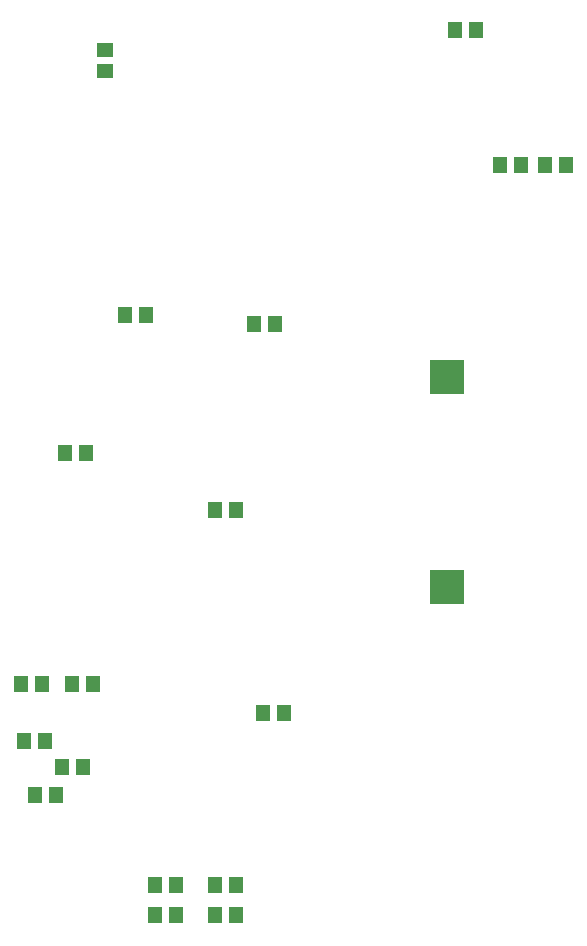
<source format=gbp>
%FSLAX25Y25*%
%MOIN*%
G70*
G01*
G75*
G04 Layer_Color=128*
%ADD10R,0.07874X0.03937*%
%ADD11C,0.03937*%
%ADD12O,0.02756X0.09843*%
%ADD13R,0.03248X0.01181*%
%ADD14R,0.01181X0.03248*%
%ADD15R,0.04724X0.05512*%
%ADD16R,0.04528X0.02362*%
%ADD17R,0.20276X0.09252*%
%ADD18R,0.05512X0.04724*%
%ADD19R,0.02362X0.04528*%
%ADD20R,0.11221X0.08465*%
%ADD21R,0.08465X0.11221*%
%ADD22R,0.04134X0.09449*%
%ADD23R,0.41929X0.35039*%
%ADD24R,0.12992X0.09449*%
%ADD25R,0.03937X0.09449*%
%ADD26O,0.08858X0.02362*%
%ADD27R,0.09449X0.04134*%
%ADD28R,0.35039X0.41929*%
%ADD29R,0.06693X0.06693*%
%ADD30O,0.00984X0.06102*%
%ADD31O,0.06102X0.00984*%
%ADD32C,0.01500*%
%ADD33C,0.03000*%
%ADD34C,0.03937*%
%ADD35C,0.01000*%
%ADD36C,0.02000*%
%ADD37C,0.07874*%
%ADD38C,0.11811*%
%ADD39C,0.11811*%
%ADD40C,0.04724*%
%ADD41C,0.05906*%
%ADD42R,0.05906X0.05906*%
%ADD43C,0.11000*%
%ADD44C,0.06299*%
%ADD45C,0.15748*%
%ADD46R,0.04724X0.04724*%
%ADD47R,0.07874X0.07874*%
%ADD48C,0.07874*%
%ADD49O,0.07874X0.03937*%
%ADD50O,0.07874X0.03937*%
%ADD51C,0.06693*%
%ADD52C,0.09000*%
%ADD53C,0.02000*%
%ADD54C,0.03800*%
%ADD55C,0.02500*%
%ADD56C,0.05000*%
%ADD57C,0.02800*%
%ADD58C,0.04000*%
%ADD59R,0.11811X0.11811*%
%ADD60C,0.19685*%
%ADD61C,0.00984*%
%ADD62C,0.02362*%
%ADD63C,0.00787*%
%ADD64C,0.00800*%
%ADD65R,0.08674X0.04737*%
%ADD66C,0.04737*%
%ADD67O,0.03556X0.10642*%
%ADD68R,0.04048X0.01981*%
%ADD69R,0.01981X0.04048*%
%ADD70R,0.05524X0.06312*%
%ADD71R,0.05328X0.03162*%
%ADD72R,0.21076X0.10052*%
%ADD73R,0.06312X0.05524*%
%ADD74R,0.03162X0.05328*%
%ADD75R,0.12020X0.09265*%
%ADD76R,0.09265X0.12020*%
%ADD77R,0.04934X0.10249*%
%ADD78R,0.42729X0.35839*%
%ADD79R,0.13792X0.10249*%
%ADD80R,0.04737X0.10249*%
%ADD81O,0.09658X0.03162*%
%ADD82R,0.10249X0.04934*%
%ADD83R,0.35839X0.42729*%
%ADD84R,0.07493X0.07493*%
%ADD85O,0.01784X0.06902*%
%ADD86O,0.06902X0.01784*%
%ADD87C,0.12611*%
%ADD88C,0.05524*%
%ADD89C,0.06706*%
%ADD90R,0.06706X0.06706*%
%ADD91C,0.11800*%
%ADD92C,0.07099*%
%ADD93C,0.16548*%
%ADD94R,0.05524X0.05524*%
%ADD95R,0.08674X0.08674*%
%ADD96C,0.08674*%
%ADD97O,0.08674X0.04737*%
%ADD98O,0.08674X0.04737*%
%ADD99C,0.07493*%
%ADD100C,0.09800*%
%ADD101C,0.04600*%
%ADD102C,0.03300*%
%ADD103C,0.05800*%
%ADD104C,0.03600*%
%ADD105C,0.04800*%
%ADD106R,0.12611X0.12611*%
D15*
X379543Y242500D02*
D03*
X372457D02*
D03*
X306457Y329000D02*
D03*
X313543D02*
D03*
X356457Y310000D02*
D03*
X363543D02*
D03*
X376543Y372000D02*
D03*
X369457D02*
D03*
X333543Y375000D02*
D03*
X326457D02*
D03*
X473543Y425000D02*
D03*
X466457D02*
D03*
X436457Y470000D02*
D03*
X443543D02*
D03*
X451457Y425000D02*
D03*
X458543D02*
D03*
X312543Y224500D02*
D03*
X305457D02*
D03*
X292957Y233000D02*
D03*
X300043D02*
D03*
X291957Y252000D02*
D03*
X299043D02*
D03*
X308957D02*
D03*
X316043D02*
D03*
X303543Y215000D02*
D03*
X296457D02*
D03*
X356457Y185000D02*
D03*
X363543D02*
D03*
X343543Y185000D02*
D03*
X336457D02*
D03*
X343543Y175000D02*
D03*
X336457D02*
D03*
X356457Y175000D02*
D03*
X363543D02*
D03*
D18*
X320000Y456457D02*
D03*
Y463543D02*
D03*
D59*
X434000Y284500D02*
D03*
Y354500D02*
D03*
M02*

</source>
